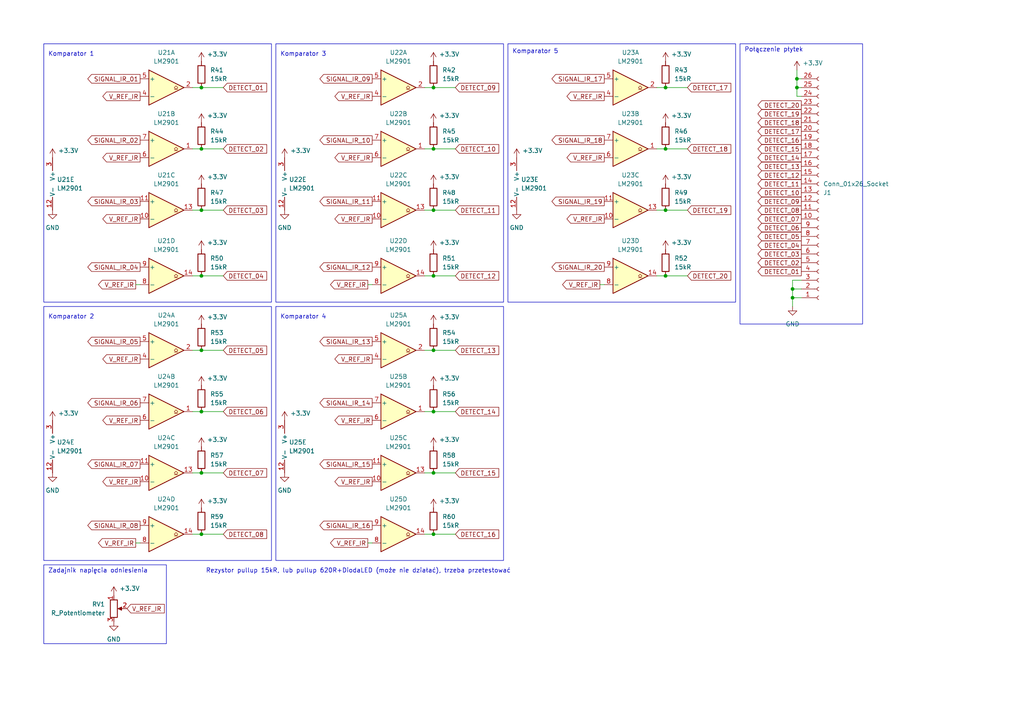
<source format=kicad_sch>
(kicad_sch (version 20231120) (generator "eeschema") (generator_version "8.0")
  (paper "A4")
  (lib_symbols
    (symbol "Comparator:LM2901" (pin_names (offset 0.127))
      (property "Reference" "U" (at 0 5.08 0))
      (property "Value" "LM2901" (at 0 -5.08 0))
      (symbol "LM2901_1_1"
        (pin open_collector line (at 7.62 0 180) (length 2.54) (name "~") (number "2"))
        (pin input line (at -7.62 -2.54 0) (length 2.54) (name "-") (number "4"))
        (pin input line (at -7.62 2.54 0) (length 2.54) (name "+") (number "5"))
      )
      (symbol "LM2901_2_1"
        (pin open_collector line (at 7.62 0 180) (length 2.54) (name "~") (number "1"))
        (pin input line (at -7.62 -2.54 0) (length 2.54) (name "-") (number "6"))
        (pin input line (at -7.62 2.54 0) (length 2.54) (name "+") (number "7"))
      )
      (symbol "LM2901_3_1"
        (pin input line (at -7.62 -2.54 0) (length 2.54) (name "-") (number "10"))
        (pin input line (at -7.62 2.54 0) (length 2.54) (name "+") (number "11"))
        (pin open_collector line (at 7.62 0 180) (length 2.54) (name "~") (number "13"))
      )
      (symbol "LM2901_4_1"
        (pin open_collector line (at 7.62 0 180) (length 2.54) (name "~") (number "14"))
        (pin input line (at -7.62 -2.54 0) (length 2.54) (name "-") (number "8"))
        (pin input line (at -7.62 2.54 0) (length 2.54) (name "+") (number "9"))
      )
      (symbol "LM2901_5_1"
        (pin power_in line (at -2.54 -7.62 90) (length 3.81) (name "V-") (number "12"))
        (pin power_in line (at -2.54 7.62 270) (length 3.81) (name "V+") (number "3"))
      )
    )
    (symbol "Connector:Conn_01x26_Socket" (pin_names (offset 1.016) hide)
      (property "Reference" "J" (at 0 33.02 0))
      (property "Value" "Conn_01x26_Socket" (at 0 -35.56 0))
      (symbol "Conn_01x26_Socket_1_1"
        (pin passive line (at -5.08 30.48 0) (length 3.81) (name "Pin_1") (number "1"))
        (pin passive line (at -5.08 7.62 0) (length 3.81) (name "Pin_10") (number "10"))
        (pin passive line (at -5.08 5.08 0) (length 3.81) (name "Pin_11") (number "11"))
        (pin passive line (at -5.08 2.54 0) (length 3.81) (name "Pin_12") (number "12"))
        (pin passive line (at -5.08 0 0) (length 3.81) (name "Pin_13") (number "13"))
        (pin passive line (at -5.08 -2.54 0) (length 3.81) (name "Pin_14") (number "14"))
        (pin passive line (at -5.08 -5.08 0) (length 3.81) (name "Pin_15") (number "15"))
        (pin passive line (at -5.08 -7.62 0) (length 3.81) (name "Pin_16") (number "16"))
        (pin passive line (at -5.08 -10.16 0) (length 3.81) (name "Pin_17") (number "17"))
        (pin passive line (at -5.08 -12.7 0) (length 3.81) (name "Pin_18") (number "18"))
        (pin passive line (at -5.08 -15.24 0) (length 3.81) (name "Pin_19") (number "19"))
        (pin passive line (at -5.08 27.94 0) (length 3.81) (name "Pin_2") (number "2"))
        (pin passive line (at -5.08 -17.78 0) (length 3.81) (name "Pin_20") (number "20"))
        (pin passive line (at -5.08 -20.32 0) (length 3.81) (name "Pin_21") (number "21"))
        (pin passive line (at -5.08 -22.86 0) (length 3.81) (name "Pin_22") (number "22"))
        (pin passive line (at -5.08 -25.4 0) (length 3.81) (name "Pin_23") (number "23"))
        (pin passive line (at -5.08 -27.94 0) (length 3.81) (name "Pin_24") (number "24"))
        (pin passive line (at -5.08 -30.48 0) (length 3.81) (name "Pin_25") (number "25"))
        (pin passive line (at -5.08 -33.02 0) (length 3.81) (name "Pin_26") (number "26"))
        (pin passive line (at -5.08 25.4 0) (length 3.81) (name "Pin_3") (number "3"))
        (pin passive line (at -5.08 22.86 0) (length 3.81) (name "Pin_4") (number "4"))
        (pin passive line (at -5.08 20.32 0) (length 3.81) (name "Pin_5") (number "5"))
        (pin passive line (at -5.08 17.78 0) (length 3.81) (name "Pin_6") (number "6"))
        (pin passive line (at -5.08 15.24 0) (length 3.81) (name "Pin_7") (number "7"))
        (pin passive line (at -5.08 12.7 0) (length 3.81) (name "Pin_8") (number "8"))
        (pin passive line (at -5.08 10.16 0) (length 3.81) (name "Pin_9") (number "9"))
      )
    )
    (symbol "Device:R" (pin_numbers hide) (pin_names (offset 0))
      (property "Reference" "R" (at 2.032 0 90))
      (property "Value" "R" (at 0 0 90))
      (symbol "R_1_1"
        (pin passive line (at 0 3.81 270) (length 1.27) (name "~") (number "1"))
        (pin passive line (at 0 -3.81 90) (length 1.27) (name "~") (number "2"))
      )
    )
    (symbol "Device:R_Potentiometer" (pin_names (offset 1.016) hide)
      (property "Reference" "RV" (at -4.445 0 90))
      (property "Value" "R_Potentiometer" (at -2.54 0 90))
      (symbol "R_Potentiometer_1_1"
        (pin passive line (at 0 3.81 270) (length 1.27) (name "1") (number "1"))
        (pin passive line (at 3.81 0 180) (length 1.27) (name "2") (number "2"))
        (pin passive line (at 0 -3.81 90) (length 1.27) (name "3") (number "3"))
      )
    )
    (symbol "power:+3.3V" (power) (pin_names (offset 0))
      (property "Value" "+3.3V" (at 0 3.556 0))
      (symbol "+3.3V_1_1"
        (pin power_in line (at 0 0 90) (length 0) hide (name "+3.3V") (number "1"))
      )
    )
    (symbol "power:GND" (power) (pin_names (offset 0))
      (property "Value" "GND" (at 0 -3.81 0))
      (symbol "GND_1_1"
        (pin power_in line (at 0 0 270) (length 0) hide (name "GND") (number "1"))
      )
    )
  )
  (junction (at 125.73 80.01))
  (junction (at 125.73 101.6))
  (junction (at 193.04 25.4))
  (junction (at 58.42 101.6))
  (junction (at 229.87 86.36))
  (junction (at 193.04 80.01))
  (junction (at 125.73 25.4))
  (junction (at 58.42 43.18))
  (junction (at 58.42 137.16))
  (junction (at 125.73 60.96))
  (junction (at 58.42 154.94))
  (junction (at 231.14 22.86))
  (junction (at 229.87 83.82))
  (junction (at 193.04 60.96))
  (junction (at 58.42 25.4))
  (junction (at 125.73 137.16))
  (junction (at 58.42 60.96))
  (junction (at 125.73 154.94))
  (junction (at 193.04 43.18))
  (junction (at 125.73 43.18))
  (junction (at 125.73 119.38))
  (junction (at 58.42 119.38))
  (junction (at 231.14 25.4))
  (junction (at 58.42 80.01))
  (wire (pts (xy 132.08 25.4) (xy 125.73 25.4)))
  (wire (pts (xy 231.14 25.4) (xy 232.41 25.4)))
  (wire (pts (xy 40.64 82.55) (xy 39.37 82.55)))
  (wire (pts (xy 107.95 82.55) (xy 106.68 82.55)))
  (wire (pts (xy 107.95 157.48) (xy 106.68 157.48)))
  (wire (pts (xy 232.41 81.28) (xy 229.87 81.28)))
  (wire (pts (xy 64.77 25.4) (xy 58.42 25.4)))
  (wire (pts (xy 123.19 80.01) (xy 125.73 80.01)))
  (wire (pts (xy 231.14 20.32) (xy 231.14 22.86)))
  (wire (pts (xy 229.87 83.82) (xy 229.87 86.36)))
  (wire (pts (xy 231.14 27.94) (xy 231.14 25.4)))
  (wire (pts (xy 55.88 154.94) (xy 58.42 154.94)))
  (wire (pts (xy 132.08 80.01) (xy 125.73 80.01)))
  (wire (pts (xy 58.42 119.38) (xy 55.88 119.38)))
  (wire (pts (xy 58.42 101.6) (xy 55.88 101.6)))
  (wire (pts (xy 125.73 101.6) (xy 123.19 101.6)))
  (wire (pts (xy 55.88 60.96) (xy 58.42 60.96)))
  (wire (pts (xy 64.77 60.96) (xy 58.42 60.96)))
  (wire (pts (xy 125.73 119.38) (xy 123.19 119.38)))
  (wire (pts (xy 64.77 137.16) (xy 58.42 137.16)))
  (wire (pts (xy 123.19 137.16) (xy 125.73 137.16)))
  (wire (pts (xy 190.5 60.96) (xy 193.04 60.96)))
  (wire (pts (xy 64.77 154.94) (xy 58.42 154.94)))
  (wire (pts (xy 229.87 81.28) (xy 229.87 83.82)))
  (wire (pts (xy 125.73 25.4) (xy 123.19 25.4)))
  (wire (pts (xy 58.42 25.4) (xy 55.88 25.4)))
  (wire (pts (xy 58.42 43.18) (xy 55.88 43.18)))
  (wire (pts (xy 55.88 80.01) (xy 58.42 80.01)))
  (wire (pts (xy 229.87 86.36) (xy 232.41 86.36)))
  (wire (pts (xy 123.19 60.96) (xy 125.73 60.96)))
  (wire (pts (xy 132.08 101.6) (xy 125.73 101.6)))
  (wire (pts (xy 193.04 43.18) (xy 190.5 43.18)))
  (wire (pts (xy 193.04 25.4) (xy 190.5 25.4)))
  (wire (pts (xy 229.87 88.9) (xy 229.87 86.36)))
  (wire (pts (xy 231.14 22.86) (xy 232.41 22.86)))
  (wire (pts (xy 231.14 25.4) (xy 231.14 22.86)))
  (wire (pts (xy 40.64 157.48) (xy 39.37 157.48)))
  (wire (pts (xy 199.39 60.96) (xy 193.04 60.96)))
  (wire (pts (xy 125.73 43.18) (xy 123.19 43.18)))
  (wire (pts (xy 64.77 43.18) (xy 58.42 43.18)))
  (wire (pts (xy 64.77 101.6) (xy 58.42 101.6)))
  (wire (pts (xy 132.08 60.96) (xy 125.73 60.96)))
  (wire (pts (xy 132.08 154.94) (xy 125.73 154.94)))
  (wire (pts (xy 55.88 137.16) (xy 58.42 137.16)))
  (wire (pts (xy 123.19 154.94) (xy 125.73 154.94)))
  (wire (pts (xy 199.39 43.18) (xy 193.04 43.18)))
  (wire (pts (xy 175.26 82.55) (xy 173.99 82.55)))
  (wire (pts (xy 132.08 137.16) (xy 125.73 137.16)))
  (wire (pts (xy 199.39 80.01) (xy 193.04 80.01)))
  (wire (pts (xy 132.08 119.38) (xy 125.73 119.38)))
  (wire (pts (xy 232.41 83.82) (xy 229.87 83.82)))
  (wire (pts (xy 190.5 80.01) (xy 193.04 80.01)))
  (wire (pts (xy 199.39 25.4) (xy 193.04 25.4)))
  (wire (pts (xy 132.08 43.18) (xy 125.73 43.18)))
  (wire (pts (xy 64.77 80.01) (xy 58.42 80.01)))
  (wire (pts (xy 64.77 119.38) (xy 58.42 119.38)))
  (wire (pts (xy 231.14 27.94) (xy 232.41 27.94)))
  (rectangle (start 147.32 12.7) (end 213.36 87.63))
  (rectangle (start 214.63 12.7) (end 250.19 93.98))
  (rectangle (start 12.7 163.83) (end 48.26 186.69))
  (rectangle (start 12.7 88.9) (end 78.74 162.56))
  (rectangle (start 80.01 12.7) (end 146.05 87.63))
  (rectangle (start 12.7 12.7) (end 78.74 87.63))
  (rectangle (start 80.01 88.9) (end 146.05 162.56))
  (text "Komparator 1\n" (at 13.97 16.51 0) (effects (font (size 1.27 1.27)) (justify left bottom)))
  (text "Połączenie płytek\n" (at 215.9 15.24 0) (effects (font (size 1.27 1.27)) (justify left bottom)))
  (text "Komparator 4" (at 81.28 92.71 0) (effects (font (size 1.27 1.27)) (justify left bottom)))
  (text "Komparator 3\n" (at 81.28 16.51 0) (effects (font (size 1.27 1.27)) (justify left bottom)))
  (text "Zadajnik napięcia odniesienia\n" (at 13.97 166.37 0) (effects (font (size 1.27 1.27)) (justify left bottom)))
  (text "Komparator 2\n" (at 13.97 92.71 0) (effects (font (size 1.27 1.27)) (justify left bottom)))
  (text "Komparator 5\n\n" (at 148.59 17.78 0) (effects (font (size 1.27 1.27)) (justify left bottom)))
  (text "Rezystor pullup 15kR, lub pullup 620R+DiodaLED (może nie działać), trzeba przetestować\n" (at 59.69 166.37 0) (effects (font (size 1.27 1.27)) (justify left bottom)))
  (global_label "DETECT_17" (shape output) (at 232.41 38.1 180) (property "Intersheetrefs" "${INTERSHEET_REFS}" (effects (hide yes))))
  (global_label "SIGNAL_IR_06" (shape output) (at 40.64 116.84 180) (property "Intersheetrefs" "${INTERSHEET_REFS}" (effects (hide yes))))
  (global_label "DETECT_16" (shape input) (at 132.08 154.94 0) (property "Intersheetrefs" "${INTERSHEET_REFS}" (effects (hide yes))))
  (global_label "SIGNAL_IR_08" (shape output) (at 40.64 152.4 180) (property "Intersheetrefs" "${INTERSHEET_REFS}" (effects (hide yes))))
  (global_label "DETECT_06" (shape output) (at 232.41 66.04 180) (property "Intersheetrefs" "${INTERSHEET_REFS}" (effects (hide yes))))
  (global_label "DETECT_04" (shape output) (at 232.41 71.12 180) (property "Intersheetrefs" "${INTERSHEET_REFS}" (effects (hide yes))))
  (global_label "DETECT_11" (shape input) (at 132.08 60.96 0) (property "Intersheetrefs" "${INTERSHEET_REFS}" (effects (hide yes))))
  (global_label "DETECT_03" (shape input) (at 64.77 60.96 0) (property "Intersheetrefs" "${INTERSHEET_REFS}" (effects (hide yes))))
  (global_label "DETECT_09" (shape output) (at 232.41 58.42 180) (property "Intersheetrefs" "${INTERSHEET_REFS}" (effects (hide yes))))
  (global_label "DETECT_10" (shape input) (at 132.08 43.18 0) (property "Intersheetrefs" "${INTERSHEET_REFS}" (effects (hide yes))))
  (global_label "V_REF_IR" (shape output) (at 40.64 45.72 180) (property "Intersheetrefs" "${INTERSHEET_REFS}" (effects (hide yes))))
  (global_label "DETECT_12" (shape output) (at 232.41 50.8 180) (property "Intersheetrefs" "${INTERSHEET_REFS}" (effects (hide yes))))
  (global_label "SIGNAL_IR_18" (shape output) (at 175.26 40.64 180) (property "Intersheetrefs" "${INTERSHEET_REFS}" (effects (hide yes))))
  (global_label "DETECT_08" (shape input) (at 64.77 154.94 0) (property "Intersheetrefs" "${INTERSHEET_REFS}" (effects (hide yes))))
  (global_label "DETECT_19" (shape output) (at 232.41 33.02 180) (property "Intersheetrefs" "${INTERSHEET_REFS}" (effects (hide yes))))
  (global_label "V_REF_IR" (shape output) (at 107.95 63.5 180) (property "Intersheetrefs" "${INTERSHEET_REFS}" (effects (hide yes))))
  (global_label "SIGNAL_IR_15" (shape output) (at 107.95 134.62 180) (property "Intersheetrefs" "${INTERSHEET_REFS}" (effects (hide yes))))
  (global_label "DETECT_01" (shape output) (at 232.41 78.74 180) (property "Intersheetrefs" "${INTERSHEET_REFS}" (effects (hide yes))))
  (global_label "SIGNAL_IR_02" (shape output) (at 40.64 40.64 180) (property "Intersheetrefs" "${INTERSHEET_REFS}" (effects (hide yes))))
  (global_label "V_REF_IR" (shape output) (at 39.37 157.48 180) (property "Intersheetrefs" "${INTERSHEET_REFS}" (effects (hide yes))))
  (global_label "V_REF_IR" (shape output) (at 106.68 82.55 180) (property "Intersheetrefs" "${INTERSHEET_REFS}" (effects (hide yes))))
  (global_label "SIGNAL_IR_04" (shape output) (at 40.64 77.47 180) (property "Intersheetrefs" "${INTERSHEET_REFS}" (effects (hide yes))))
  (global_label "V_REF_IR" (shape output) (at 40.64 63.5 180) (property "Intersheetrefs" "${INTERSHEET_REFS}" (effects (hide yes))))
  (global_label "DETECT_18" (shape output) (at 232.41 35.56 180) (property "Intersheetrefs" "${INTERSHEET_REFS}" (effects (hide yes))))
  (global_label "DETECT_10" (shape output) (at 232.41 55.88 180) (property "Intersheetrefs" "${INTERSHEET_REFS}" (effects (hide yes))))
  (global_label "V_REF_IR" (shape output) (at 107.95 139.7 180) (property "Intersheetrefs" "${INTERSHEET_REFS}" (effects (hide yes))))
  (global_label "V_REF_IR" (shape output) (at 173.99 82.55 180) (property "Intersheetrefs" "${INTERSHEET_REFS}" (effects (hide yes))))
  (global_label "DETECT_15" (shape input) (at 132.08 137.16 0) (property "Intersheetrefs" "${INTERSHEET_REFS}" (effects (hide yes))))
  (global_label "DETECT_20" (shape output) (at 232.41 30.48 180) (property "Intersheetrefs" "${INTERSHEET_REFS}" (effects (hide yes))))
  (global_label "SIGNAL_IR_14" (shape output) (at 107.95 116.84 180) (property "Intersheetrefs" "${INTERSHEET_REFS}" (effects (hide yes))))
  (global_label "V_REF_IR" (shape output) (at 175.26 45.72 180) (property "Intersheetrefs" "${INTERSHEET_REFS}" (effects (hide yes))))
  (global_label "V_REF_IR" (shape output) (at 107.95 104.14 180) (property "Intersheetrefs" "${INTERSHEET_REFS}" (effects (hide yes))))
  (global_label "SIGNAL_IR_20" (shape output) (at 175.26 77.47 180) (property "Intersheetrefs" "${INTERSHEET_REFS}" (effects (hide yes))))
  (global_label "DETECT_12" (shape input) (at 132.08 80.01 0) (property "Intersheetrefs" "${INTERSHEET_REFS}" (effects (hide yes))))
  (global_label "DETECT_02" (shape output) (at 232.41 76.2 180) (property "Intersheetrefs" "${INTERSHEET_REFS}" (effects (hide yes))))
  (global_label "SIGNAL_IR_17" (shape output) (at 175.26 22.86 180) (property "Intersheetrefs" "${INTERSHEET_REFS}" (effects (hide yes))))
  (global_label "DETECT_13" (shape input) (at 132.08 101.6 0) (property "Intersheetrefs" "${INTERSHEET_REFS}" (effects (hide yes))))
  (global_label "V_REF_IR" (shape output) (at 40.64 121.92 180) (property "Intersheetrefs" "${INTERSHEET_REFS}" (effects (hide yes))))
  (global_label "DETECT_14" (shape output) (at 232.41 45.72 180) (property "Intersheetrefs" "${INTERSHEET_REFS}" (effects (hide yes))))
  (global_label "DETECT_15" (shape output) (at 232.41 43.18 180) (property "Intersheetrefs" "${INTERSHEET_REFS}" (effects (hide yes))))
  (global_label "SIGNAL_IR_01" (shape output) (at 40.64 22.86 180) (property "Intersheetrefs" "${INTERSHEET_REFS}" (effects (hide yes))))
  (global_label "V_REF_IR" (shape output) (at 175.26 27.94 180) (property "Intersheetrefs" "${INTERSHEET_REFS}" (effects (hide yes))))
  (global_label "SIGNAL_IR_11" (shape output) (at 107.95 58.42 180) (property "Intersheetrefs" "${INTERSHEET_REFS}" (effects (hide yes))))
  (global_label "DETECT_04" (shape input) (at 64.77 80.01 0) (property "Intersheetrefs" "${INTERSHEET_REFS}" (effects (hide yes))))
  (global_label "DETECT_05" (shape output) (at 232.41 68.58 180) (property "Intersheetrefs" "${INTERSHEET_REFS}" (effects (hide yes))))
  (global_label "DETECT_09" (shape input) (at 132.08 25.4 0) (property "Intersheetrefs" "${INTERSHEET_REFS}" (effects (hide yes))))
  (global_label "DETECT_20" (shape input) (at 199.39 80.01 0) (property "Intersheetrefs" "${INTERSHEET_REFS}" (effects (hide yes))))
  (global_label "DETECT_13" (shape output) (at 232.41 48.26 180) (property "Intersheetrefs" "${INTERSHEET_REFS}" (effects (hide yes))))
  (global_label "SIGNAL_IR_12" (shape output) (at 107.95 77.47 180) (property "Intersheetrefs" "${INTERSHEET_REFS}" (effects (hide yes))))
  (global_label "DETECT_08" (shape output) (at 232.41 60.96 180) (property "Intersheetrefs" "${INTERSHEET_REFS}" (effects (hide yes))))
  (global_label "DETECT_02" (shape input) (at 64.77 43.18 0) (property "Intersheetrefs" "${INTERSHEET_REFS}" (effects (hide yes))))
  (global_label "SIGNAL_IR_07" (shape output) (at 40.64 134.62 180) (property "Intersheetrefs" "${INTERSHEET_REFS}" (effects (hide yes))))
  (global_label "SIGNAL_IR_19" (shape output) (at 175.26 58.42 180) (property "Intersheetrefs" "${INTERSHEET_REFS}" (effects (hide yes))))
  (global_label "SIGNAL_IR_09" (shape output) (at 107.95 22.86 180) (property "Intersheetrefs" "${INTERSHEET_REFS}" (effects (hide yes))))
  (global_label "V_REF_IR" (shape output) (at 40.64 27.94 180) (property "Intersheetrefs" "${INTERSHEET_REFS}" (effects (hide yes))))
  (global_label "DETECT_18" (shape input) (at 199.39 43.18 0) (property "Intersheetrefs" "${INTERSHEET_REFS}" (effects (hide yes))))
  (global_label "DETECT_01" (shape input) (at 64.77 25.4 0) (property "Intersheetrefs" "${INTERSHEET_REFS}" (effects (hide yes))))
  (global_label "DETECT_19" (shape input) (at 199.39 60.96 0) (property "Intersheetrefs" "${INTERSHEET_REFS}" (effects (hide yes))))
  (global_label "DETECT_03" (shape output) (at 232.41 73.66 180) (property "Intersheetrefs" "${INTERSHEET_REFS}" (effects (hide yes))))
  (global_label "SIGNAL_IR_16" (shape output) (at 107.95 152.4 180) (property "Intersheetrefs" "${INTERSHEET_REFS}" (effects (hide yes))))
  (global_label "V_REF_IR" (shape output) (at 107.95 121.92 180) (property "Intersheetrefs" "${INTERSHEET_REFS}" (effects (hide yes))))
  (global_label "V_REF_IR" (shape output) (at 40.64 139.7 180) (property "Intersheetrefs" "${INTERSHEET_REFS}" (effects (hide yes))))
  (global_label "V_REF_IR" (shape output) (at 39.37 82.55 180) (property "Intersheetrefs" "${INTERSHEET_REFS}" (effects (hide yes))))
  (global_label "SIGNAL_IR_03" (shape output) (at 40.64 58.42 180) (property "Intersheetrefs" "${INTERSHEET_REFS}" (effects (hide yes))))
  (global_label "V_REF_IR" (shape output) (at 107.95 45.72 180) (property "Intersheetrefs" "${INTERSHEET_REFS}" (effects (hide yes))))
  (global_label "V_REF_IR" (shape output) (at 40.64 104.14 180) (property "Intersheetrefs" "${INTERSHEET_REFS}" (effects (hide yes))))
  (global_label "DETECT_11" (shape output) (at 232.41 53.34 180) (property "Intersheetrefs" "${INTERSHEET_REFS}" (effects (hide yes))))
  (global_label "DETECT_07" (shape input) (at 64.77 137.16 0) (property "Intersheetrefs" "${INTERSHEET_REFS}" (effects (hide yes))))
  (global_label "DETECT_14" (shape input) (at 132.08 119.38 0) (property "Intersheetrefs" "${INTERSHEET_REFS}" (effects (hide yes))))
  (global_label "V_REF_IR" (shape output) (at 107.95 27.94 180) (property "Intersheetrefs" "${INTERSHEET_REFS}" (effects (hide yes))))
  (global_label "SIGNAL_IR_13" (shape output) (at 107.95 99.06 180) (property "Intersheetrefs" "${INTERSHEET_REFS}" (effects (hide yes))))
  (global_label "DETECT_05" (shape input) (at 64.77 101.6 0) (property "Intersheetrefs" "${INTERSHEET_REFS}" (effects (hide yes))))
  (global_label "DETECT_16" (shape output) (at 232.41 40.64 180) (property "Intersheetrefs" "${INTERSHEET_REFS}" (effects (hide yes))))
  (global_label "DETECT_07" (shape output) (at 232.41 63.5 180) (property "Intersheetrefs" "${INTERSHEET_REFS}" (effects (hide yes))))
  (global_label "DETECT_17" (shape input) (at 199.39 25.4 0) (property "Intersheetrefs" "${INTERSHEET_REFS}" (effects (hide yes))))
  (global_label "DETECT_06" (shape input) (at 64.77 119.38 0) (property "Intersheetrefs" "${INTERSHEET_REFS}" (effects (hide yes))))
  (global_label "SIGNAL_IR_10" (shape output) (at 107.95 40.64 180) (property "Intersheetrefs" "${INTERSHEET_REFS}" (effects (hide yes))))
  (global_label "V_REF_IR" (shape output) (at 175.26 63.5 180) (property "Intersheetrefs" "${INTERSHEET_REFS}" (effects (hide yes))))
  (global_label "V_REF_IR" (shape input) (at 36.83 176.53 0) (property "Intersheetrefs" "${INTERSHEET_REFS}" (effects (hide yes))))
  (global_label "V_REF_IR" (shape output) (at 106.68 157.48 180) (property "Intersheetrefs" "${INTERSHEET_REFS}" (effects (hide yes))))
  (global_label "SIGNAL_IR_05" (shape output) (at 40.64 99.06 180) (property "Intersheetrefs" "${INTERSHEET_REFS}" (effects (hide yes))))
  (symbol (lib_id "Device:R") (at 125.73 133.35 0) (unit 1)
    (property "Reference" "R58" (at 128.27 132.08 0) (effects (justify left)))
    (property "Value" "15kR" (at 128.27 134.62 0) (effects (justify left)))
    (property "Footprint" "Resistor_SMD:R_0402_1005Metric_Pad0.72x0.64mm_HandSolder" (effects (hide yes)))
    (instances (project "Płytka z czujnikami" (path "" (reference "R58") (unit 1))) (project "LF_1" (path "" (reference "R31") (unit 1))))
  )
  (symbol (lib_id "Comparator:LM2901") (at 152.4 53.34 0) (unit 5)
    (property "Reference" "U23" (at 151.13 52.07 0) (effects (justify left)))
    (property "Value" "LM2901" (at 151.13 54.61 0) (effects (justify left)))
    (property "Footprint" "Package_SO:SO-14_5.3x10.2mm_P1.27mm" (effects (hide yes)))
    (property "Datasheet" "https://www.st.com/resource/en/datasheet/lm2901.pdf" (effects (hide yes)))
    (instances (project "Płytka z czujnikami" (path "" (reference "U23") (unit 5))) (project "LF_1" (path "" (reference "U7") (unit 5))))
  )
  (symbol (lib_id "Comparator:LM2901") (at 85.09 129.54 0) (unit 5)
    (property "Reference" "U25" (at 83.82 128.27 0) (effects (justify left)))
    (property "Value" "LM2901" (at 83.82 130.81 0) (effects (justify left)))
    (property "Footprint" "Package_SO:SO-14_5.3x10.2mm_P1.27mm" (effects (hide yes)))
    (property "Datasheet" "https://www.st.com/resource/en/datasheet/lm2901.pdf" (effects (hide yes)))
    (instances (project "Płytka z czujnikami" (path "" (reference "U25") (unit 5))) (project "LF_1" (path "" (reference "U8") (unit 5))))
  )
  (symbol (lib_id "Device:R") (at 125.73 115.57 0) (unit 1)
    (property "Reference" "R56" (at 128.27 114.3 0) (effects (justify left)))
    (property "Value" "15kR" (at 128.27 116.84 0) (effects (justify left)))
    (property "Footprint" "Resistor_SMD:R_0402_1005Metric_Pad0.72x0.64mm_HandSolder" (effects (hide yes)))
    (instances (project "Płytka z czujnikami" (path "" (reference "R56") (unit 1))) (project "LF_1" (path "" (reference "R30") (unit 1))))
  )
  (symbol (lib_id "power:+3.3V") (at 193.04 72.39 0) (unit 1)
    (property "Reference" "#PWR099" (effects (hide yes)))
    (property "Value" "+3.3V" (at 197.612 70.358 0))
    (instances (project "Płytka z czujnikami" (path "" (reference "#PWR099") (unit 1))) (project "LF_1" (path "" (reference "#PWR04") (unit 1)) (path "" (reference "#PWR060") (unit 1))))
  )
  (symbol (lib_id "power:+3.3V") (at 125.73 147.32 0) (unit 1)
    (property "Reference" "#PWR0112" (effects (hide yes)))
    (property "Value" "+3.3V" (at 130.302 145.288 0))
    (instances (project "Płytka z czujnikami" (path "" (reference "#PWR0112") (unit 1))) (project "LF_1" (path "" (reference "#PWR04") (unit 1)) (path "" (reference "#PWR087") (unit 1))))
  )
  (symbol (lib_id "Comparator:LM2901") (at 182.88 43.18 0) (unit 2)
    (property "Reference" "U23" (at 182.88 33.02 0))
    (property "Value" "LM2901" (at 182.88 35.56 0))
    (property "Footprint" "Package_SO:SO-14_5.3x10.2mm_P1.27mm" (effects (hide yes)))
    (property "Datasheet" "https://www.st.com/resource/en/datasheet/lm2901.pdf" (effects (hide yes)))
    (instances (project "Płytka z czujnikami" (path "" (reference "U23") (unit 2))) (project "LF_1" (path "" (reference "U7") (unit 2))))
  )
  (symbol (lib_id "Comparator:LM2901") (at 115.57 80.01 0) (unit 4)
    (property "Reference" "U22" (at 115.57 69.85 0))
    (property "Value" "LM2901" (at 115.57 72.39 0))
    (property "Footprint" "Package_SO:SO-14_5.3x10.2mm_P1.27mm" (effects (hide yes)))
    (property "Datasheet" "https://www.st.com/resource/en/datasheet/lm2901.pdf" (effects (hide yes)))
    (instances (project "Płytka z czujnikami" (path "" (reference "U22") (unit 4))) (project "LF_1" (path "" (reference "U7") (unit 4))))
  )
  (symbol (lib_id "Comparator:LM2901") (at 115.57 43.18 0) (unit 2)
    (property "Reference" "U22" (at 115.57 33.02 0))
    (property "Value" "LM2901" (at 115.57 35.56 0))
    (property "Footprint" "Package_SO:SO-14_5.3x10.2mm_P1.27mm" (effects (hide yes)))
    (property "Datasheet" "https://www.st.com/resource/en/datasheet/lm2901.pdf" (effects (hide yes)))
    (instances (project "Płytka z czujnikami" (path "" (reference "U22") (unit 2))) (project "LF_1" (path "" (reference "U7") (unit 2))))
  )
  (symbol (lib_id "power:+3.3V") (at 193.04 17.78 0) (unit 1)
    (property "Reference" "#PWR083" (effects (hide yes)))
    (property "Value" "+3.3V" (at 197.612 15.748 0))
    (instances (project "Płytka z czujnikami" (path "" (reference "#PWR083") (unit 1))) (project "LF_1" (path "" (reference "#PWR04") (unit 1)) (path "" (reference "#PWR055") (unit 1))))
  )
  (symbol (lib_id "power:+3.3V") (at 231.14 20.32 0) (unit 1)
    (property "Reference" "#PWR084" (effects (hide yes)))
    (property "Value" "+3.3V" (at 235.712 18.288 0))
  )
  (symbol (lib_id "Device:R") (at 193.04 76.2 0) (unit 1)
    (property "Reference" "R52" (at 195.58 74.93 0) (effects (justify left)))
    (property "Value" "15kR" (at 195.58 77.47 0) (effects (justify left)))
    (property "Footprint" "Resistor_SMD:R_0402_1005Metric_Pad0.72x0.64mm_HandSolder" (effects (hide yes)))
    (instances (project "Płytka z czujnikami" (path "" (reference "R52") (unit 1))) (project "LF_1" (path "" (reference "R22") (unit 1))))
  )
  (symbol (lib_id "Comparator:LM2901") (at 48.26 60.96 0) (unit 3)
    (property "Reference" "U21" (at 48.26 50.8 0))
    (property "Value" "LM2901" (at 48.26 53.34 0))
    (property "Footprint" "Package_SO:SO-14_5.3x10.2mm_P1.27mm" (effects (hide yes)))
    (property "Datasheet" "https://www.st.com/resource/en/datasheet/lm2901.pdf" (effects (hide yes)))
    (instances (project "Płytka z czujnikami" (path "" (reference "U21") (unit 3))) (project "LF_1" (path "" (reference "U7") (unit 3))))
  )
  (symbol (lib_id "Device:R") (at 193.04 57.15 0) (unit 1)
    (property "Reference" "R49" (at 195.58 55.88 0) (effects (justify left)))
    (property "Value" "15kR" (at 195.58 58.42 0) (effects (justify left)))
    (property "Footprint" "Resistor_SMD:R_0402_1005Metric_Pad0.72x0.64mm_HandSolder" (effects (hide yes)))
    (instances (project "Płytka z czujnikami" (path "" (reference "R49") (unit 1))) (project "LF_1" (path "" (reference "R21") (unit 1))))
  )
  (symbol (lib_id "power:+3.3V") (at 33.02 172.72 0) (unit 1)
    (property "Reference" "#PWR0113" (effects (hide yes)))
    (property "Value" "+3.3V" (at 37.592 170.688 0))
    (instances (project "Płytka z czujnikami" (path "" (reference "#PWR0113") (unit 1))) (project "LF_1" (path "" (reference "#PWR04") (unit 1)) (path "" (reference "#PWR037") (unit 1))))
  )
  (symbol (lib_id "Device:R_Potentiometer") (at 33.02 176.53 0) (unit 1)
    (property "Reference" "RV1" (at 30.48 175.26 0) (effects (justify right)))
    (property "Value" "R_Potentiometer" (at 30.48 177.8 0) (effects (justify right)))
    (property "Footprint" "Potentiometer_SMD:Potentiometer_Vishay_TS53YJ_Vertical" (effects (hide yes)))
    (property "Datasheet" "https://www.tme.eu/pl/details/g43at-b103/potencjometry-smd-jednoobrotowe/tocos/" (effects (hide yes)))
  )
  (symbol (lib_id "power:+3.3V") (at 125.73 35.56 0) (unit 1)
    (property "Reference" "#PWR086" (effects (hide yes)))
    (property "Value" "+3.3V" (at 130.302 33.528 0))
    (instances (project "Płytka z czujnikami" (path "" (reference "#PWR086") (unit 1))) (project "LF_1" (path "" (reference "#PWR04") (unit 1)) (path "" (reference "#PWR056") (unit 1))))
  )
  (symbol (lib_id "Comparator:LM2901") (at 48.26 43.18 0) (unit 2)
    (property "Reference" "U21" (at 48.26 33.02 0))
    (property "Value" "LM2901" (at 48.26 35.56 0))
    (property "Footprint" "Package_SO:SO-14_5.3x10.2mm_P1.27mm" (effects (hide yes)))
    (property "Datasheet" "https://www.st.com/resource/en/datasheet/lm2901.pdf" (effects (hide yes)))
    (instances (project "Płytka z czujnikami" (path "" (reference "U21") (unit 2))) (project "LF_1" (path "" (reference "U7") (unit 2))))
  )
  (symbol (lib_id "Device:R") (at 58.42 76.2 0) (unit 1)
    (property "Reference" "R50" (at 60.96 74.93 0) (effects (justify left)))
    (property "Value" "15kR" (at 60.96 77.47 0) (effects (justify left)))
    (property "Footprint" "Resistor_SMD:R_0402_1005Metric_Pad0.72x0.64mm_HandSolder" (effects (hide yes)))
    (instances (project "Płytka z czujnikami" (path "" (reference "R50") (unit 1))) (project "LF_1" (path "" (reference "R22") (unit 1))))
  )
  (symbol (lib_id "Comparator:LM2901") (at 48.26 101.6 0) (unit 1)
    (property "Reference" "U24" (at 48.26 91.44 0))
    (property "Value" "LM2901" (at 48.26 93.98 0))
    (property "Footprint" "Package_SO:SO-14_5.3x10.2mm_P1.27mm" (effects (hide yes)))
    (property "Datasheet" "https://www.st.com/resource/en/datasheet/lm2901.pdf" (effects (hide yes)))
    (instances (project "Płytka z czujnikami" (path "" (reference "U24") (unit 1))) (project "LF_1" (path "" (reference "U8") (unit 1))))
  )
  (symbol (lib_id "power:+3.3V") (at 15.24 121.92 0) (unit 1)
    (property "Reference" "#PWR0105" (effects (hide yes)))
    (property "Value" "+3.3V" (at 19.812 119.888 0))
    (instances (project "Płytka z czujnikami" (path "" (reference "#PWR0105") (unit 1))) (project "LF_1" (path "" (reference "#PWR04") (unit 1)) (path "" (reference "#PWR080") (unit 1))))
  )
  (symbol (lib_id "power:+3.3V") (at 82.55 45.72 0) (unit 1)
    (property "Reference" "#PWR089" (effects (hide yes)))
    (property "Value" "+3.3V" (at 87.122 43.688 0))
    (instances (project "Płytka z czujnikami" (path "" (reference "#PWR089") (unit 1))) (project "LF_1" (path "" (reference "#PWR04") (unit 1)) (path "" (reference "#PWR057") (unit 1))))
  )
  (symbol (lib_id "Comparator:LM2901") (at 115.57 154.94 0) (unit 4)
    (property "Reference" "U25" (at 115.57 144.78 0))
    (property "Value" "LM2901" (at 115.57 147.32 0))
    (property "Footprint" "Package_SO:SO-14_5.3x10.2mm_P1.27mm" (effects (hide yes)))
    (property "Datasheet" "https://www.st.com/resource/en/datasheet/lm2901.pdf" (effects (hide yes)))
    (instances (project "Płytka z czujnikami" (path "" (reference "U25") (unit 4))) (project "LF_1" (path "" (reference "U8") (unit 4))))
  )
  (symbol (lib_id "Comparator:LM2901") (at 182.88 25.4 0) (unit 1)
    (property "Reference" "U23" (at 182.88 15.24 0))
    (property "Value" "LM2901" (at 182.88 17.78 0))
    (property "Footprint" "Package_SO:SO-14_5.3x10.2mm_P1.27mm" (effects (hide yes)))
    (property "Datasheet" "https://www.st.com/resource/en/datasheet/lm2901.pdf" (effects (hide yes)))
    (instances (project "Płytka z czujnikami" (path "" (reference "U23") (unit 1))) (project "LF_1" (path "" (reference "U7") (unit 1))))
  )
  (symbol (lib_id "Comparator:LM2901") (at 85.09 53.34 0) (unit 5)
    (property "Reference" "U22" (at 83.82 52.07 0) (effects (justify left)))
    (property "Value" "LM2901" (at 83.82 54.61 0) (effects (justify left)))
    (property "Footprint" "Package_SO:SO-14_5.3x10.2mm_P1.27mm" (effects (hide yes)))
    (property "Datasheet" "https://www.st.com/resource/en/datasheet/lm2901.pdf" (effects (hide yes)))
    (instances (project "Płytka z czujnikami" (path "" (reference "U22") (unit 5))) (project "LF_1" (path "" (reference "U7") (unit 5))))
  )
  (symbol (lib_id "Device:R") (at 193.04 21.59 0) (unit 1)
    (property "Reference" "R43" (at 195.58 20.32 0) (effects (justify left)))
    (property "Value" "15kR" (at 195.58 22.86 0) (effects (justify left)))
    (property "Footprint" "Resistor_SMD:R_0402_1005Metric_Pad0.72x0.64mm_HandSolder" (effects (hide yes)))
    (instances (project "Płytka z czujnikami" (path "" (reference "R43") (unit 1))) (project "LF_1" (path "" (reference "R19") (unit 1))))
  )
  (symbol (lib_id "power:+3.3V") (at 193.04 35.56 0) (unit 1)
    (property "Reference" "#PWR087" (effects (hide yes)))
    (property "Value" "+3.3V" (at 197.612 33.528 0))
    (instances (project "Płytka z czujnikami" (path "" (reference "#PWR087") (unit 1))) (project "LF_1" (path "" (reference "#PWR04") (unit 1)) (path "" (reference "#PWR056") (unit 1))))
  )
  (symbol (lib_id "Device:R") (at 58.42 151.13 0) (unit 1)
    (property "Reference" "R59" (at 60.96 149.86 0) (effects (justify left)))
    (property "Value" "15kR" (at 60.96 152.4 0) (effects (justify left)))
    (property "Footprint" "Resistor_SMD:R_0402_1005Metric_Pad0.72x0.64mm_HandSolder" (effects (hide yes)))
    (instances (project "Płytka z czujnikami" (path "" (reference "R59") (unit 1))) (project "LF_1" (path "" (reference "R35") (unit 1))))
  )
  (symbol (lib_id "Comparator:LM2901") (at 17.78 53.34 0) (unit 5)
    (property "Reference" "U21" (at 16.51 52.07 0) (effects (justify left)))
    (property "Value" "LM2901" (at 16.51 54.61 0) (effects (justify left)))
    (property "Footprint" "Package_SO:SO-14_5.3x10.2mm_P1.27mm" (effects (hide yes)))
    (property "Datasheet" "https://www.st.com/resource/en/datasheet/lm2901.pdf" (effects (hide yes)))
    (instances (project "Płytka z czujnikami" (path "" (reference "U21") (unit 5))) (project "LF_1" (path "" (reference "U7") (unit 5))))
  )
  (symbol (lib_id "power:+3.3V") (at 58.42 111.76 0) (unit 1)
    (property "Reference" "#PWR0103" (effects (hide yes)))
    (property "Value" "+3.3V" (at 62.992 109.728 0))
    (instances (project "Płytka z czujnikami" (path "" (reference "#PWR0103") (unit 1))) (project "LF_1" (path "" (reference "#PWR04") (unit 1)) (path "" (reference "#PWR075") (unit 1))))
  )
  (symbol (lib_id "power:+3.3V") (at 58.42 53.34 0) (unit 1)
    (property "Reference" "#PWR091" (effects (hide yes)))
    (property "Value" "+3.3V" (at 62.992 51.308 0))
    (instances (project "Płytka z czujnikami" (path "" (reference "#PWR091") (unit 1))) (project "LF_1" (path "" (reference "#PWR04") (unit 1)) (path "" (reference "#PWR058") (unit 1))))
  )
  (symbol (lib_id "Comparator:LM2901") (at 48.26 154.94 0) (unit 4)
    (property "Reference" "U24" (at 48.26 144.78 0))
    (property "Value" "LM2901" (at 48.26 147.32 0))
    (property "Footprint" "Package_SO:SO-14_5.3x10.2mm_P1.27mm" (effects (hide yes)))
    (property "Datasheet" "https://www.st.com/resource/en/datasheet/lm2901.pdf" (effects (hide yes)))
    (instances (project "Płytka z czujnikami" (path "" (reference "U24") (unit 4))) (project "LF_1" (path "" (reference "U8") (unit 4))))
  )
  (symbol (lib_id "power:GND") (at 15.24 137.16 0) (unit 1)
    (property "Reference" "#PWR0109" (effects (hide yes)))
    (property "Value" "GND" (at 15.24 142.24 0))
    (instances (project "Płytka z czujnikami" (path "" (reference "#PWR0109") (unit 1))) (project "LF_1" (path "" (reference "#PWR05") (unit 1)) (path "" (reference "#PWR035") (unit 1)) (path "" (reference "#PWR086") (unit 1))))
  )
  (symbol (lib_id "Comparator:LM2901") (at 48.26 137.16 0) (unit 3)
    (property "Reference" "U24" (at 48.26 127 0))
    (property "Value" "LM2901" (at 48.26 129.54 0))
    (property "Footprint" "Package_SO:SO-14_5.3x10.2mm_P1.27mm" (effects (hide yes)))
    (property "Datasheet" "https://www.st.com/resource/en/datasheet/lm2901.pdf" (effects (hide yes)))
    (instances (project "Płytka z czujnikami" (path "" (reference "U24") (unit 3))) (project "LF_1" (path "" (reference "U8") (unit 3))))
  )
  (symbol (lib_id "power:+3.3V") (at 125.73 17.78 0) (unit 1)
    (property "Reference" "#PWR082" (effects (hide yes)))
    (property "Value" "+3.3V" (at 130.302 15.748 0))
    (instances (project "Płytka z czujnikami" (path "" (reference "#PWR082") (unit 1))) (project "LF_1" (path "" (reference "#PWR04") (unit 1)) (path "" (reference "#PWR055") (unit 1))))
  )
  (symbol (lib_id "Comparator:LM2901") (at 115.57 60.96 0) (unit 3)
    (property "Reference" "U22" (at 115.57 50.8 0))
    (property "Value" "LM2901" (at 115.57 53.34 0))
    (property "Footprint" "Package_SO:SO-14_5.3x10.2mm_P1.27mm" (effects (hide yes)))
    (property "Datasheet" "https://www.st.com/resource/en/datasheet/lm2901.pdf" (effects (hide yes)))
    (instances (project "Płytka z czujnikami" (path "" (reference "U22") (unit 3))) (project "LF_1" (path "" (reference "U7") (unit 3))))
  )
  (symbol (lib_id "Comparator:LM2901") (at 115.57 137.16 0) (unit 3)
    (property "Reference" "U25" (at 115.57 127 0))
    (property "Value" "LM2901" (at 115.57 129.54 0))
    (property "Footprint" "Package_SO:SO-14_5.3x10.2mm_P1.27mm" (effects (hide yes)))
    (property "Datasheet" "https://www.st.com/resource/en/datasheet/lm2901.pdf" (effects (hide yes)))
    (instances (project "Płytka z czujnikami" (path "" (reference "U25") (unit 3))) (project "LF_1" (path "" (reference "U8") (unit 3))))
  )
  (symbol (lib_id "power:+3.3V") (at 125.73 93.98 0) (unit 1)
    (property "Reference" "#PWR0102" (effects (hide yes)))
    (property "Value" "+3.3V" (at 130.302 91.948 0))
    (instances (project "Płytka z czujnikami" (path "" (reference "#PWR0102") (unit 1))) (project "LF_1" (path "" (reference "#PWR04") (unit 1)) (path "" (reference "#PWR070") (unit 1))))
  )
  (symbol (lib_id "power:+3.3V") (at 58.42 35.56 0) (unit 1)
    (property "Reference" "#PWR085" (effects (hide yes)))
    (property "Value" "+3.3V" (at 62.992 33.528 0))
    (instances (project "Płytka z czujnikami" (path "" (reference "#PWR085") (unit 1))) (project "LF_1" (path "" (reference "#PWR04") (unit 1)) (path "" (reference "#PWR056") (unit 1))))
  )
  (symbol (lib_id "power:+3.3V") (at 58.42 72.39 0) (unit 1)
    (property "Reference" "#PWR097" (effects (hide yes)))
    (property "Value" "+3.3V" (at 62.992 70.358 0))
    (instances (project "Płytka z czujnikami" (path "" (reference "#PWR097") (unit 1))) (project "LF_1" (path "" (reference "#PWR04") (unit 1)) (path "" (reference "#PWR060") (unit 1))))
  )
  (symbol (lib_id "power:+3.3V") (at 125.73 72.39 0) (unit 1)
    (property "Reference" "#PWR098" (effects (hide yes)))
    (property "Value" "+3.3V" (at 130.302 70.358 0))
    (instances (project "Płytka z czujnikami" (path "" (reference "#PWR098") (unit 1))) (project "LF_1" (path "" (reference "#PWR04") (unit 1)) (path "" (reference "#PWR060") (unit 1))))
  )
  (symbol (lib_id "power:+3.3V") (at 125.73 111.76 0) (unit 1)
    (property "Reference" "#PWR0104" (effects (hide yes)))
    (property "Value" "+3.3V" (at 130.302 109.728 0))
    (instances (project "Płytka z czujnikami" (path "" (reference "#PWR0104") (unit 1))) (project "LF_1" (path "" (reference "#PWR04") (unit 1)) (path "" (reference "#PWR075") (unit 1))))
  )
  (symbol (lib_id "power:+3.3V") (at 58.42 129.54 0) (unit 1)
    (property "Reference" "#PWR0107" (effects (hide yes)))
    (property "Value" "+3.3V" (at 62.992 127.508 0))
    (instances (project "Płytka z czujnikami" (path "" (reference "#PWR0107") (unit 1))) (project "LF_1" (path "" (reference "#PWR04") (unit 1)) (path "" (reference "#PWR081") (unit 1))))
  )
  (symbol (lib_id "Device:R") (at 58.42 39.37 0) (unit 1)
    (property "Reference" "R44" (at 60.96 38.1 0) (effects (justify left)))
    (property "Value" "15kR" (at 60.96 40.64 0) (effects (justify left)))
    (property "Footprint" "Resistor_SMD:R_0402_1005Metric_Pad0.72x0.64mm_HandSolder" (effects (hide yes)))
    (instances (project "Płytka z czujnikami" (path "" (reference "R44") (unit 1))) (project "LF_1" (path "" (reference "R20") (unit 1))))
  )
  (symbol (lib_id "power:+3.3V") (at 82.55 121.92 0) (unit 1)
    (property "Reference" "#PWR0106" (effects (hide yes)))
    (property "Value" "+3.3V" (at 87.122 119.888 0))
    (instances (project "Płytka z czujnikami" (path "" (reference "#PWR0106") (unit 1))) (project "LF_1" (path "" (reference "#PWR04") (unit 1)) (path "" (reference "#PWR080") (unit 1))))
  )
  (symbol (lib_id "Device:R") (at 58.42 133.35 0) (unit 1)
    (property "Reference" "R57" (at 60.96 132.08 0) (effects (justify left)))
    (property "Value" "15kR" (at 60.96 134.62 0) (effects (justify left)))
    (property "Footprint" "Resistor_SMD:R_0402_1005Metric_Pad0.72x0.64mm_HandSolder" (effects (hide yes)))
    (instances (project "Płytka z czujnikami" (path "" (reference "R57") (unit 1))) (project "LF_1" (path "" (reference "R31") (unit 1))))
  )
  (symbol (lib_id "power:GND") (at 33.02 180.34 0) (unit 1)
    (property "Reference" "#PWR0114" (effects (hide yes)))
    (property "Value" "GND" (at 33.02 185.42 0))
    (instances (project "Płytka z czujnikami" (path "" (reference "#PWR0114") (unit 1))) (project "LF_1" (path "" (reference "#PWR05") (unit 1)) (path "" (reference "#PWR035") (unit 1)) (path "" (reference "#PWR042") (unit 1))))
  )
  (symbol (lib_id "Comparator:LM2901") (at 48.26 80.01 0) (unit 4)
    (property "Reference" "U21" (at 48.26 69.85 0))
    (property "Value" "LM2901" (at 48.26 72.39 0))
    (property "Footprint" "Package_SO:SO-14_5.3x10.2mm_P1.27mm" (effects (hide yes)))
    (property "Datasheet" "https://www.st.com/resource/en/datasheet/lm2901.pdf" (effects (hide yes)))
    (instances (project "Płytka z czujnikami" (path "" (reference "U21") (unit 4))) (project "LF_1" (path "" (reference "U7") (unit 4))))
  )
  (symbol (lib_id "Comparator:LM2901") (at 115.57 119.38 0) (unit 2)
    (property "Reference" "U25" (at 115.57 109.22 0))
    (property "Value" "LM2901" (at 115.57 111.76 0))
    (property "Footprint" "Package_SO:SO-14_5.3x10.2mm_P1.27mm" (effects (hide yes)))
    (property "Datasheet" "https://www.st.com/resource/en/datasheet/lm2901.pdf" (effects (hide yes)))
    (instances (project "Płytka z czujnikami" (path "" (reference "U25") (unit 2))) (project "LF_1" (path "" (reference "U8") (unit 2))))
  )
  (symbol (lib_id "power:+3.3V") (at 125.73 129.54 0) (unit 1)
    (property "Reference" "#PWR0108" (effects (hide yes)))
    (property "Value" "+3.3V" (at 130.302 127.508 0))
    (instances (project "Płytka z czujnikami" (path "" (reference "#PWR0108") (unit 1))) (project "LF_1" (path "" (reference "#PWR04") (unit 1)) (path "" (reference "#PWR081") (unit 1))))
  )
  (symbol (lib_id "power:+3.3V") (at 193.04 53.34 0) (unit 1)
    (property "Reference" "#PWR093" (effects (hide yes)))
    (property "Value" "+3.3V" (at 197.612 51.308 0))
    (instances (project "Płytka z czujnikami" (path "" (reference "#PWR093") (unit 1))) (project "LF_1" (path "" (reference "#PWR04") (unit 1)) (path "" (reference "#PWR058") (unit 1))))
  )
  (symbol (lib_id "Comparator:LM2901") (at 17.78 129.54 0) (unit 5)
    (property "Reference" "U24" (at 16.51 128.27 0) (effects (justify left)))
    (property "Value" "LM2901" (at 16.51 130.81 0) (effects (justify left)))
    (property "Footprint" "Package_SO:SO-14_5.3x10.2mm_P1.27mm" (effects (hide yes)))
    (property "Datasheet" "https://www.st.com/resource/en/datasheet/lm2901.pdf" (effects (hide yes)))
    (instances (project "Płytka z czujnikami" (path "" (reference "U24") (unit 5))) (project "LF_1" (path "" (reference "U8") (unit 5))))
  )
  (symbol (lib_id "power:+3.3V") (at 149.86 45.72 0) (unit 1)
    (property "Reference" "#PWR090" (effects (hide yes)))
    (property "Value" "+3.3V" (at 154.432 43.688 0))
    (instances (project "Płytka z czujnikami" (path "" (reference "#PWR090") (unit 1))) (project "LF_1" (path "" (reference "#PWR04") (unit 1)) (path "" (reference "#PWR057") (unit 1))))
  )
  (symbol (lib_id "Connector:Conn_01x26_Socket") (at 237.49 55.88 0) (mirror x) (unit 1)
    (property "Reference" "J1" (at 238.76 55.88 0) (effects (justify left)))
    (property "Value" "Conn_01x26_Socket" (at 238.76 53.34 0) (effects (justify left)))
    (property "Footprint" "Connector_FFC-FPC:Molex_200528-0260_1x26-1MP_P1.00mm_Horizontal" (effects (hide yes)))
  )
  (symbol (lib_id "power:GND") (at 82.55 60.96 0) (unit 1)
    (property "Reference" "#PWR095" (effects (hide yes)))
    (property "Value" "GND" (at 82.55 66.04 0))
    (instances (project "Płytka z czujnikami" (path "" (reference "#PWR095") (unit 1))) (project "LF_1" (path "" (reference "#PWR05") (unit 1)) (path "" (reference "#PWR035") (unit 1)) (path "" (reference "#PWR059") (unit 1))))
  )
  (symbol (lib_id "Device:R") (at 58.42 21.59 0) (unit 1)
    (property "Reference" "R41" (at 60.96 20.32 0) (effects (justify left)))
    (property "Value" "15kR" (at 60.96 22.86 0) (effects (justify left)))
    (property "Footprint" "Resistor_SMD:R_0402_1005Metric_Pad0.72x0.64mm_HandSolder" (effects (hide yes)))
    (instances (project "Płytka z czujnikami" (path "" (reference "R41") (unit 1))) (project "LF_1" (path "" (reference "R19") (unit 1))))
  )
  (symbol (lib_id "Comparator:LM2901") (at 48.26 25.4 0) (unit 1)
    (property "Reference" "U21" (at 48.26 15.24 0))
    (property "Value" "LM2901" (at 48.26 17.78 0))
    (property "Footprint" "Package_SO:SO-14_5.3x10.2mm_P1.27mm" (effects (hide yes)))
    (property "Datasheet" "https://www.st.com/resource/en/datasheet/lm2901.pdf" (effects (hide yes)))
    (instances (project "Płytka z czujnikami" (path "" (reference "U21") (unit 1))) (project "LF_1" (path "" (reference "U7") (unit 1))))
  )
  (symbol (lib_id "Comparator:LM2901") (at 182.88 80.01 0) (unit 4)
    (property "Reference" "U23" (at 182.88 69.85 0))
    (property "Value" "LM2901" (at 182.88 72.39 0))
    (property "Footprint" "Package_SO:SO-14_5.3x10.2mm_P1.27mm" (effects (hide yes)))
    (property "Datasheet" "https://www.st.com/resource/en/datasheet/lm2901.pdf" (effects (hide yes)))
    (instances (project "Płytka z czujnikami" (path "" (reference "U23") (unit 4))) (project "LF_1" (path "" (reference "U7") (unit 4))))
  )
  (symbol (lib_id "power:GND") (at 149.86 60.96 0) (unit 1)
    (property "Reference" "#PWR096" (effects (hide yes)))
    (property "Value" "GND" (at 149.86 66.04 0))
    (instances (project "Płytka z czujnikami" (path "" (reference "#PWR096") (unit 1))) (project "LF_1" (path "" (reference "#PWR05") (unit 1)) (path "" (reference "#PWR035") (unit 1)) (path "" (reference "#PWR059") (unit 1))))
  )
  (symbol (lib_id "power:+3.3V") (at 125.73 53.34 0) (unit 1)
    (property "Reference" "#PWR092" (effects (hide yes)))
    (property "Value" "+3.3V" (at 130.302 51.308 0))
    (instances (project "Płytka z czujnikami" (path "" (reference "#PWR092") (unit 1))) (project "LF_1" (path "" (reference "#PWR04") (unit 1)) (path "" (reference "#PWR058") (unit 1))))
  )
  (symbol (lib_id "Device:R") (at 58.42 57.15 0) (unit 1)
    (property "Reference" "R47" (at 60.96 55.88 0) (effects (justify left)))
    (property "Value" "15kR" (at 60.96 58.42 0) (effects (justify left)))
    (property "Footprint" "Resistor_SMD:R_0402_1005Metric_Pad0.72x0.64mm_HandSolder" (effects (hide yes)))
    (instances (project "Płytka z czujnikami" (path "" (reference "R47") (unit 1))) (project "LF_1" (path "" (reference "R21") (unit 1))))
  )
  (symbol (lib_id "power:GND") (at 229.87 88.9 0) (unit 1)
    (property "Reference" "#PWR0100" (effects (hide yes)))
    (property "Value" "GND" (at 229.87 93.98 0))
  )
  (symbol (lib_id "Device:R") (at 125.73 151.13 0) (unit 1)
    (property "Reference" "R60" (at 128.27 149.86 0) (effects (justify left)))
    (property "Value" "15kR" (at 128.27 152.4 0) (effects (justify left)))
    (property "Footprint" "Resistor_SMD:R_0402_1005Metric_Pad0.72x0.64mm_HandSolder" (effects (hide yes)))
    (instances (project "Płytka z czujnikami" (path "" (reference "R60") (unit 1))) (project "LF_1" (path "" (reference "R35") (unit 1))))
  )
  (symbol (lib_id "Comparator:LM2901") (at 182.88 60.96 0) (unit 3)
    (property "Reference" "U23" (at 182.88 50.8 0))
    (property "Value" "LM2901" (at 182.88 53.34 0))
    (property "Footprint" "Package_SO:SO-14_5.3x10.2mm_P1.27mm" (effects (hide yes)))
    (property "Datasheet" "https://www.st.com/resource/en/datasheet/lm2901.pdf" (effects (hide yes)))
    (instances (project "Płytka z czujnikami" (path "" (reference "U23") (unit 3))) (project "LF_1" (path "" (reference "U7") (unit 3))))
  )
  (symbol (lib_id "power:+3.3V") (at 58.42 93.98 0) (unit 1)
    (property "Reference" "#PWR0101" (effects (hide yes)))
    (property "Value" "+3.3V" (at 62.992 91.948 0))
    (instances (project "Płytka z czujnikami" (path "" (reference "#PWR0101") (unit 1))) (project "LF_1" (path "" (reference "#PWR04") (unit 1)) (path "" (reference "#PWR070") (unit 1))))
  )
  (symbol (lib_id "Device:R") (at 125.73 21.59 0) (unit 1)
    (property "Reference" "R42" (at 128.27 20.32 0) (effects (justify left)))
    (property "Value" "15kR" (at 128.27 22.86 0) (effects (justify left)))
    (property "Footprint" "Resistor_SMD:R_0402_1005Metric_Pad0.72x0.64mm_HandSolder" (effects (hide yes)))
    (instances (project "Płytka z czujnikami" (path "" (reference "R42") (unit 1))) (project "LF_1" (path "" (reference "R19") (unit 1))))
  )
  (symbol (lib_id "power:+3.3V") (at 58.42 147.32 0) (unit 1)
    (property "Reference" "#PWR0111" (effects (hide yes)))
    (property "Value" "+3.3V" (at 62.992 145.288 0))
    (instances (project "Płytka z czujnikami" (path "" (reference "#PWR0111") (unit 1))) (project "LF_1" (path "" (reference "#PWR04") (unit 1)) (path "" (reference "#PWR087") (unit 1))))
  )
  (symbol (lib_id "Comparator:LM2901") (at 115.57 25.4 0) (unit 1)
    (property "Reference" "U22" (at 115.57 15.24 0))
    (property "Value" "LM2901" (at 115.57 17.78 0))
    (property "Footprint" "Package_SO:SO-14_5.3x10.2mm_P1.27mm" (effects (hide yes)))
    (property "Datasheet" "https://www.st.com/resource/en/datasheet/lm2901.pdf" (effects (hide yes)))
    (instances (project "Płytka z czujnikami" (path "" (reference "U22") (unit 1))) (project "LF_1" (path "" (reference "U7") (unit 1))))
  )
  (symbol (lib_id "Device:R") (at 125.73 57.15 0) (unit 1)
    (property "Reference" "R48" (at 128.27 55.88 0) (effects (justify left)))
    (property "Value" "15kR" (at 128.27 58.42 0) (effects (justify left)))
    (property "Footprint" "Resistor_SMD:R_0402_1005Metric_Pad0.72x0.64mm_HandSolder" (effects (hide yes)))
    (instances (project "Płytka z czujnikami" (path "" (reference "R48") (unit 1))) (project "LF_1" (path "" (reference "R21") (unit 1))))
  )
  (symbol (lib_id "Comparator:LM2901") (at 115.57 101.6 0) (unit 1)
    (property "Reference" "U25" (at 115.57 91.44 0))
    (property "Value" "LM2901" (at 115.57 93.98 0))
    (property "Footprint" "Package_SO:SO-14_5.3x10.2mm_P1.27mm" (effects (hide yes)))
    (property "Datasheet" "https://www.st.com/resource/en/datasheet/lm2901.pdf" (effects (hide yes)))
    (instances (project "Płytka z czujnikami" (path "" (reference "U25") (unit 1))) (project "LF_1" (path "" (reference "U8") (unit 1))))
  )
  (symbol (lib_id "power:GND") (at 82.55 137.16 0) (unit 1)
    (property "Reference" "#PWR0110" (effects (hide yes)))
    (property "Value" "GND" (at 82.55 142.24 0))
    (instances (project "Płytka z czujnikami" (path "" (reference "#PWR0110") (unit 1))) (project "LF_1" (path "" (reference "#PWR05") (unit 1)) (path "" (reference "#PWR035") (unit 1)) (path "" (reference "#PWR086") (unit 1))))
  )
  (symbol (lib_id "Device:R") (at 125.73 39.37 0) (unit 1)
    (property "Reference" "R45" (at 128.27 38.1 0) (effects (justify left)))
    (property "Value" "15kR" (at 128.27 40.64 0) (effects (justify left)))
    (property "Footprint" "Resistor_SMD:R_0402_1005Metric_Pad0.72x0.64mm_HandSolder" (effects (hide yes)))
    (instances (project "Płytka z czujnikami" (path "" (reference "R45") (unit 1))) (project "LF_1" (path "" (reference "R20") (unit 1))))
  )
  (symbol (lib_id "Device:R") (at 125.73 97.79 0) (unit 1)
    (property "Reference" "R54" (at 128.27 96.52 0) (effects (justify left)))
    (property "Value" "15kR" (at 128.27 99.06 0) (effects (justify left)))
    (property "Footprint" "Resistor_SMD:R_0402_1005Metric_Pad0.72x0.64mm_HandSolder" (effects (hide yes)))
    (instances (project "Płytka z czujnikami" (path "" (reference "R54") (unit 1))) (project "LF_1" (path "" (reference "R25") (unit 1))))
  )
  (symbol (lib_id "Device:R") (at 58.42 97.79 0) (unit 1)
    (property "Reference" "R53" (at 60.96 96.52 0) (effects (justify left)))
    (property "Value" "15kR" (at 60.96 99.06 0) (effects (justify left)))
    (property "Footprint" "Resistor_SMD:R_0402_1005Metric_Pad0.72x0.64mm_HandSolder" (effects (hide yes)))
    (instances (project "Płytka z czujnikami" (path "" (reference "R53") (unit 1))) (project "LF_1" (path "" (reference "R25") (unit 1))))
  )
  (symbol (lib_id "Comparator:LM2901") (at 48.26 119.38 0) (unit 2)
    (property "Reference" "U24" (at 48.26 109.22 0))
    (property "Value" "LM2901" (at 48.26 111.76 0))
    (property "Footprint" "Package_SO:SO-14_5.3x10.2mm_P1.27mm" (effects (hide yes)))
    (property "Datasheet" "https://www.st.com/resource/en/datasheet/lm2901.pdf" (effects (hide yes)))
    (instances (project "Płytka z czujnikami" (path "" (reference "U24") (unit 2))) (project "LF_1" (path "" (reference "U8") (unit 2))))
  )
  (symbol (lib_id "Device:R") (at 58.42 115.57 0) (unit 1)
    (property "Reference" "R55" (at 60.96 114.3 0) (effects (justify left)))
    (property "Value" "15kR" (at 60.96 116.84 0) (effects (justify left)))
    (property "Footprint" "Resistor_SMD:R_0402_1005Metric_Pad0.72x0.64mm_HandSolder" (effects (hide yes)))
    (instances (project "Płytka z czujnikami" (path "" (reference "R55") (unit 1))) (project "LF_1" (path "" (reference "R30") (unit 1))))
  )
  (symbol (lib_id "Device:R") (at 193.04 39.37 0) (unit 1)
    (property "Reference" "R46" (at 195.58 38.1 0) (effects (justify left)))
    (property "Value" "15kR" (at 195.58 40.64 0) (effects (justify left)))
    (property "Footprint" "Resistor_SMD:R_0402_1005Metric_Pad0.72x0.64mm_HandSolder" (effects (hide yes)))
    (instances (project "Płytka z czujnikami" (path "" (reference "R46") (unit 1))) (project "LF_1" (path "" (reference "R20") (unit 1))))
  )
  (symbol (lib_id "power:+3.3V") (at 15.24 45.72 0) (unit 1)
    (property "Reference" "#PWR088" (effects (hide yes)))
    (property "Value" "+3.3V" (at 19.812 43.688 0))
    (instances (project "Płytka z czujnikami" (path "" (reference "#PWR088") (unit 1))) (project "LF_1" (path "" (reference "#PWR04") (unit 1)) (path "" (reference "#PWR057") (unit 1))))
  )
  (symbol (lib_id "power:GND") (at 15.24 60.96 0) (unit 1)
    (property "Reference" "#PWR094" (effects (hide yes)))
    (property "Value" "GND" (at 15.24 66.04 0))
    (instances (project "Płytka z czujnikami" (path "" (reference "#PWR094") (unit 1))) (project "LF_1" (path "" (reference "#PWR05") (unit 1)) (path "" (reference "#PWR035") (unit 1)) (path "" (reference "#PWR059") (unit 1))))
  )
  (symbol (lib_id "power:+3.3V") (at 58.42 17.78 0) (unit 1)
    (property "Reference" "#PWR081" (effects (hide yes)))
    (property "Value" "+3.3V" (at 62.992 15.748 0))
    (instances (project "Płytka z czujnikami" (path "" (reference "#PWR081") (unit 1))) (project "LF_1" (path "" (reference "#PWR04") (unit 1)) (path "" (reference "#PWR055") (unit 1))))
  )
  (symbol (lib_id "Device:R") (at 125.73 76.2 0) (unit 1)
    (property "Reference" "R51" (at 128.27 74.93 0) (effects (justify left)))
    (property "Value" "15kR" (at 128.27 77.47 0) (effects (justify left)))
    (property "Footprint" "Resistor_SMD:R_0402_1005Metric_Pad0.72x0.64mm_HandSolder" (effects (hide yes)))
    (instances (project "Płytka z czujnikami" (path "" (reference "R51") (unit 1))) (project "LF_1" (path "" (reference "R22") (unit 1))))
  )
)
</source>
